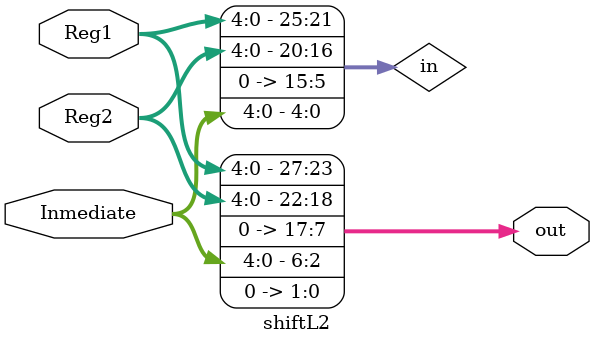
<source format=sv>
module shiftL2
(
    input  reg [4:0] Reg1,        //instruction [25:21]
    input  reg [4:0] Reg2,        //instruction [20:16]
    input  reg [4:0] Inmediate,   //instruction [15:0]
    output reg [27:0] out
);

reg [25:0] in;

// in = [Reg1+Reg2+Inmediate]
assign in[25:21] = Reg1;
assign in[20:16] = Reg2;      
assign in[15:0]  = Inmediate; 

    assign out = in<<2;

endmodule

</source>
